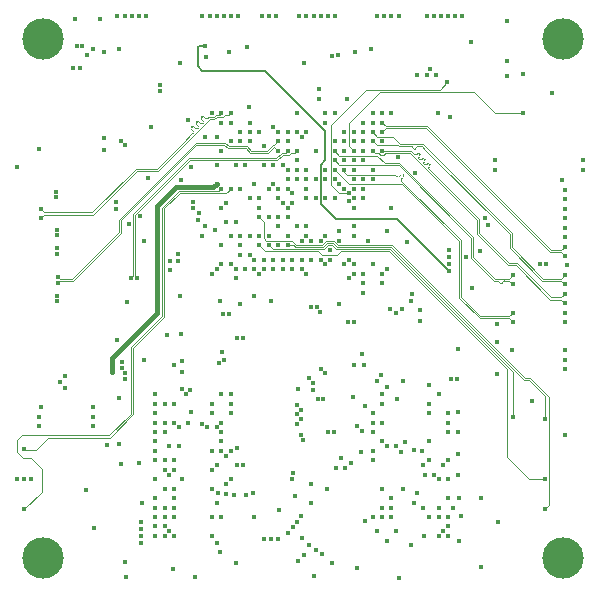
<source format=gbr>
%TF.GenerationSoftware,KiCad,Pcbnew,8.0.1*%
%TF.CreationDate,2024-05-09T15:37:21+08:00*%
%TF.ProjectId,ProDocument_ZYNQ7020_V1_2024-04-10,50726f44-6f63-4756-9d65-6e745f5a594e,rev?*%
%TF.SameCoordinates,Original*%
%TF.FileFunction,Copper,L5,Inr*%
%TF.FilePolarity,Positive*%
%FSLAX46Y46*%
G04 Gerber Fmt 4.6, Leading zero omitted, Abs format (unit mm)*
G04 Created by KiCad (PCBNEW 8.0.1) date 2024-05-09 15:37:21*
%MOMM*%
%LPD*%
G01*
G04 APERTURE LIST*
%TA.AperFunction,ViaPad*%
%ADD10C,0.400000*%
%TD*%
%TA.AperFunction,ViaPad*%
%ADD11C,0.450000*%
%TD*%
%TA.AperFunction,ViaPad*%
%ADD12C,3.500000*%
%TD*%
%TA.AperFunction,Conductor*%
%ADD13C,0.090000*%
%TD*%
%TA.AperFunction,Conductor*%
%ADD14C,0.200000*%
%TD*%
%TA.AperFunction,Conductor*%
%ADD15C,0.400000*%
%TD*%
G04 APERTURE END LIST*
D10*
%TO.N,Net-(U7F-PS_DDR_VREF0_502)*%
X187079203Y-73210797D03*
X182679203Y-72810797D03*
X190279204Y-72410797D03*
%TO.N,5V*%
X169229205Y-56160795D03*
X166079206Y-55960795D03*
X201079203Y-66410797D03*
X208479203Y-65610797D03*
X208479203Y-66410797D03*
X165679206Y-55960795D03*
X176579204Y-56860795D03*
X160544204Y-66210797D03*
X187232893Y-56745796D03*
X201079203Y-65610797D03*
X166479206Y-56660795D03*
X162479203Y-64610797D03*
X167979203Y-64710797D03*
X167979203Y-63710797D03*
X165479206Y-53660795D03*
X187779203Y-56685796D03*
X198579205Y-73810797D03*
%TO.N,DDRVTT*%
X173779204Y-100238298D03*
X199879203Y-100010798D03*
X169779203Y-100910797D03*
X201279204Y-96210797D03*
X185679203Y-100810798D03*
X192879204Y-101010797D03*
%TO.N,Net-(X1-VCC)*%
X175029205Y-62210797D03*
%TO.N,Net-(U7B-PS_MIO_VREF_501)*%
X180279203Y-68810798D03*
D11*
%TO.N,Net-(LED3-A)*%
X188479203Y-60410797D03*
D10*
%TO.N,Net-(U5-ZQ)*%
X180554939Y-93745798D03*
X177579203Y-93745798D03*
%TO.N,VREF_DDR*%
X199901703Y-94210797D03*
X169379205Y-91330795D03*
X190679204Y-91010797D03*
X178279203Y-93860796D03*
X172279203Y-91010798D03*
%TO.N,Net-(U7E-PS_DDR_VRP_502)*%
X182279203Y-74010797D03*
%TO.N,Net-(U7B-PS_MIO40_501)*%
X169000000Y-80800000D03*
X175479203Y-69110797D03*
%TO.N,Net-(U7C-PROGRAM_B_0)*%
X185479203Y-72410797D03*
%TO.N,GND*%
X189079203Y-72010797D03*
X201179203Y-81010797D03*
X197079203Y-53410797D03*
X179479203Y-64010798D03*
X164679203Y-84910797D03*
X185679203Y-53410797D03*
X177479203Y-53410797D03*
D11*
X167929205Y-56410795D03*
D10*
X171479203Y-53410797D03*
X181479203Y-64410797D03*
X197192348Y-74390254D03*
X164679203Y-83910797D03*
X177879202Y-90210798D03*
X171029204Y-70360797D03*
X169729205Y-99610797D03*
X197192348Y-73790254D03*
D11*
X189182893Y-56435796D03*
D10*
X183079203Y-69210797D03*
X181879203Y-53410797D03*
X204200000Y-86000000D03*
X168929205Y-69110797D03*
X172279203Y-87810797D03*
X202051000Y-53790000D03*
X185879203Y-68810797D03*
X183879203Y-68410797D03*
X173529205Y-74110797D03*
X196679203Y-91410797D03*
D12*
X162779204Y-99310797D03*
D11*
X161779203Y-92610797D03*
D10*
X202500000Y-81700000D03*
X177779203Y-77510798D03*
X207100000Y-74500000D03*
X172279203Y-97410797D03*
X202051000Y-57190000D03*
D12*
X206779203Y-55310798D03*
D10*
X165879203Y-57810797D03*
X178679203Y-86210798D03*
X177742322Y-98747678D03*
X181279203Y-53410797D03*
X185079204Y-68010797D03*
X186129205Y-59610797D03*
X202100000Y-58500000D03*
X173079203Y-88610797D03*
X194179203Y-94610798D03*
X196229204Y-61560797D03*
X166429205Y-93510797D03*
X181479203Y-97710798D03*
X184479203Y-53410797D03*
X181079203Y-69610797D03*
X182079203Y-97710798D03*
X197679203Y-53410797D03*
X201179203Y-83710797D03*
X191479203Y-76010797D03*
X186679204Y-66410797D03*
X189079202Y-75210799D03*
X191879203Y-74810797D03*
X179079203Y-66010797D03*
X176879203Y-53410797D03*
X185079204Y-63210798D03*
X182679203Y-97710798D03*
X192879203Y-53410797D03*
X186679205Y-74410797D03*
X183479202Y-69610798D03*
X192829204Y-65360797D03*
X187479203Y-68810797D03*
X187479203Y-67210797D03*
X188279203Y-68010797D03*
X178279203Y-70810797D03*
X178679203Y-53410797D03*
X194979203Y-91410797D03*
D11*
X161179203Y-92610797D03*
D10*
X170279203Y-53410797D03*
X192279203Y-53410797D03*
X182279203Y-62810797D03*
X165279203Y-57810797D03*
X184279203Y-67210797D03*
X190679205Y-87810797D03*
X170029204Y-70960797D03*
X183879203Y-74010797D03*
X180179203Y-61060797D03*
X182679203Y-68810798D03*
X172279202Y-95810798D03*
X178979203Y-93915797D03*
X177379203Y-71510797D03*
X185879204Y-67210797D03*
X181079204Y-72010797D03*
X174229205Y-73510797D03*
X169929205Y-77610797D03*
X197079203Y-97410797D03*
X168929205Y-69710797D03*
X169229205Y-89610797D03*
X178679203Y-85410798D03*
X182479203Y-53410797D03*
X173879204Y-86210798D03*
D11*
X160579203Y-92610797D03*
D12*
X206779203Y-99310797D03*
D10*
X198279203Y-53410797D03*
X167129205Y-96710797D03*
D12*
X162779203Y-55310797D03*
D10*
X178079203Y-53410797D03*
X181879203Y-68010798D03*
X182679204Y-70410797D03*
X189979203Y-82910797D03*
X174229205Y-74110797D03*
X197192348Y-73190254D03*
X189879203Y-64810798D03*
X181079203Y-75210797D03*
X197229204Y-61960797D03*
X177479203Y-63610797D03*
X172279203Y-88610797D03*
X187479203Y-64010798D03*
D11*
X178529202Y-56410795D03*
D10*
X185079203Y-53410797D03*
X187479203Y-53410797D03*
X200179203Y-70510797D03*
X178679203Y-90210798D03*
X192779203Y-85810797D03*
X178279203Y-69210797D03*
X190679204Y-90210798D03*
X186879203Y-53410797D03*
X190079203Y-86410797D03*
X186129205Y-60410797D03*
X176279203Y-53410797D03*
X203429204Y-58260797D03*
X191079203Y-53410797D03*
X197079204Y-94210797D03*
X191679203Y-53410797D03*
X164179203Y-84410797D03*
X170879203Y-53410797D03*
X201200000Y-79500000D03*
X206700000Y-67300000D03*
X171329205Y-72410797D03*
X175629205Y-100910797D03*
X184279203Y-65610797D03*
X173529205Y-74910797D03*
X196479203Y-53410797D03*
X172279203Y-94210797D03*
X172279203Y-86210797D03*
X190679203Y-62410798D03*
X169079203Y-53410797D03*
X206992348Y-81690254D03*
X178679203Y-74410798D03*
X189079203Y-67210797D03*
X183479203Y-68010798D03*
X190679203Y-88610797D03*
X172279202Y-90210798D03*
X197079204Y-95810798D03*
X177879203Y-88610797D03*
X190679204Y-95810798D03*
X206992348Y-88890254D03*
X186279203Y-53410797D03*
X200479203Y-71110797D03*
X173079203Y-91810798D03*
X186224847Y-78411794D03*
X164679203Y-84910797D03*
X179279203Y-53410797D03*
X195279203Y-53410797D03*
X177479204Y-91410797D03*
X185079203Y-71210797D03*
X177879203Y-87810797D03*
X169679203Y-53410797D03*
X169229205Y-85710797D03*
X195879203Y-53410797D03*
%TO.N,Net-(U7B-PS_SRST_B_501)*%
X177879202Y-69610798D03*
%TO.N,Net-(U7C-INIT_B_0)*%
X188664836Y-69070632D03*
%TO.N,Net-(U7A-PS_POR_B_500)*%
X178679203Y-72010797D03*
%TO.N,Net-(U7E-PS_DDR_VRN_502)*%
X181483618Y-74021839D03*
%TO.N,AIO_6_N*%
X188279203Y-66410797D03*
X202579203Y-78510797D03*
%TO.N,AIO_22_P*%
X206979203Y-73710799D03*
X191479203Y-63210798D03*
%TO.N,AIO_21_N*%
X190679204Y-63210798D03*
X206979202Y-75310798D03*
%TO.N,AIO_12_P*%
X189879204Y-63210797D03*
%TO.N,AIO_2_P*%
X189079203Y-68010798D03*
%TO.N,AIO_14_N*%
X187479203Y-61610797D03*
%TO.N,JTAG_TCK*%
X205258203Y-95090796D03*
X181079204Y-70410799D03*
%TO.N,AIO_24_P*%
X187479204Y-65610797D03*
X202579203Y-76110797D03*
%TO.N,AIO_8_N*%
X206979203Y-78510797D03*
%TO.N,AIO_17_N*%
X206979203Y-68110799D03*
%TO.N,AIO_14_P*%
X186679203Y-61610797D03*
%TO.N,AIO_4_N*%
X206979203Y-82510797D03*
%TO.N,AIO_17_P*%
X206979203Y-68910797D03*
%TO.N,AIO_7_N*%
X206979203Y-71310798D03*
%TO.N,AIO_10_N*%
X205324203Y-74406863D03*
%TO.N,AIO_12_N*%
X189879204Y-62410798D03*
%TO.N,AIO_5_P*%
X189079203Y-66410797D03*
%TO.N,AIO_4_P*%
X206979205Y-83310797D03*
%TO.N,AIO_21_P*%
X190679203Y-64010798D03*
X206979204Y-76110798D03*
%TO.N,AIO_3_N*%
X190679203Y-67210797D03*
%TO.N,AIO_15_P*%
X206979204Y-70510798D03*
%TO.N,AIO_2_N*%
X189879204Y-68010798D03*
%TO.N,AIO_19_N*%
X188279203Y-64010797D03*
%TO.N,AIO_10_P*%
X204834204Y-74406863D03*
%TO.N,AIO_22_N*%
X206979203Y-72910797D03*
X191479203Y-62410797D03*
%TO.N,AIO_19_P*%
X188279203Y-64810798D03*
%TO.N,JTAG_TDO*%
X181079203Y-72810797D03*
X205258203Y-92550798D03*
%TO.N,JTAG_TMS*%
X183479202Y-72810797D03*
X205258203Y-87470797D03*
%TO.N,AIO_16_N*%
X191479204Y-61610797D03*
%TO.N,AIO_1_N*%
X189079202Y-69610798D03*
%TO.N,AIO_7_P*%
X206979205Y-72110797D03*
%TO.N,AIO_16_P*%
X190679203Y-61610797D03*
%TO.N,AIO_18_P*%
X206979205Y-77710797D03*
X190679203Y-64810799D03*
%TO.N,AIO_8_P*%
X206979202Y-79310797D03*
%TO.N,AIO_1_P*%
X189079203Y-68810797D03*
%TO.N,AIO_15_N*%
X206979202Y-69710798D03*
%TO.N,AIO_18_N*%
X191479203Y-64810797D03*
X206979203Y-76910798D03*
%TO.N,AIO_3_P*%
X189879204Y-67210797D03*
%TO.N,AIO_6_P*%
X202579205Y-79310797D03*
X187479203Y-66410797D03*
%TO.N,JTAG_TDI*%
X202579203Y-87310797D03*
X181879204Y-72810797D03*
%TO.N,AIO_5_N*%
X189079203Y-65610798D03*
%TO.N,AIO_24_N*%
X202579205Y-75310798D03*
X187479203Y-64810797D03*
%TO.N,SDO_D1*%
X162479204Y-88110797D03*
%TO.N,BIO_1_P*%
X162579204Y-70510798D03*
X178679203Y-61610797D03*
%TO.N,SDO_CMD*%
X166979203Y-88110797D03*
%TO.N,BIO_15_P*%
X163965650Y-71955797D03*
%TO.N,BIO_18_P*%
X163904669Y-68755798D03*
%TO.N,SDO_D0*%
X162479203Y-87310797D03*
%TO.N,BIO_4_P*%
X163980857Y-73555800D03*
%TO.N,BIO_5_P*%
X180279203Y-63210798D03*
X169752445Y-64284039D03*
X163963861Y-77555797D03*
%TO.N,SDO_D2*%
X166979204Y-86510796D03*
%TO.N,SDO_D3*%
X166979203Y-87310798D03*
%TO.N,BIO_13_P*%
X164031428Y-75955798D03*
X182679204Y-64810797D03*
%TO.N,BIO_5_N*%
X169405961Y-63937556D03*
X163963860Y-77065797D03*
X180279204Y-62410798D03*
%TO.N,BIO_13_N*%
X182679203Y-64010797D03*
X164031428Y-75465797D03*
%TO.N,BIO_1_N*%
X162579203Y-69710798D03*
X177879203Y-61610797D03*
%TO.N,BIO_18_N*%
X163904668Y-68265798D03*
%TO.N,BIO_4_N*%
X163980858Y-73065798D03*
%TO.N,BIO_15_N*%
X163965651Y-71465798D03*
%TO.N,SDO_CLK*%
X162579203Y-86510798D03*
%TO.N,DDR_CKE*%
X197079204Y-92610798D03*
X183979204Y-92110797D03*
X178679203Y-92610797D03*
%TO.N,DDR_A4*%
X177879202Y-95810798D03*
X196279204Y-95810798D03*
X183914203Y-96685794D03*
%TO.N,DDR_BA1*%
X179679204Y-91400797D03*
X196279204Y-95010797D03*
X188279203Y-74410798D03*
%TO.N,DDR_A6*%
X187279204Y-99675617D03*
X185266083Y-84048916D03*
X184679203Y-74810797D03*
X196679203Y-97010797D03*
X177479203Y-98010798D03*
%TO.N,DDR_A1*%
X195479204Y-95810797D03*
X177079203Y-95810798D03*
X183514204Y-97175798D03*
%TO.N,DDR_A11*%
X184279203Y-86310797D03*
X186394202Y-98975798D03*
X181479203Y-74810797D03*
X193894204Y-98210797D03*
%TO.N,DDR_A14*%
X180679203Y-74810797D03*
X195014204Y-97410798D03*
X184579203Y-86710797D03*
X177079203Y-97410798D03*
X185879203Y-98610798D03*
%TO.N,DDR_A8*%
X184363572Y-99552667D03*
X196279204Y-97410798D03*
X179079203Y-99710798D03*
%TO.N,DDR_RAS*%
X173879204Y-91810798D03*
X188892314Y-91197685D03*
%TO.N,DDR_A10*%
X184279203Y-87110798D03*
X194479203Y-93810797D03*
X180679203Y-74010797D03*
X177079204Y-93410797D03*
X185479203Y-93010798D03*
%TO.N,DDR_A12*%
X185479203Y-94610798D03*
X177479203Y-94610798D03*
X184579203Y-87510798D03*
X194979203Y-95010797D03*
X179879203Y-74810797D03*
%TO.N,DDR_CAS*%
X186629899Y-83635255D03*
X174568758Y-92615797D03*
X187079205Y-74010797D03*
X188017412Y-90796544D03*
%TO.N,DDR_WE*%
X185601083Y-84483651D03*
X187562483Y-91620314D03*
X173879205Y-93410797D03*
X185479203Y-74010797D03*
%TO.N,DDR_BA2*%
X183079204Y-74010797D03*
X192279203Y-94210797D03*
X184379203Y-85010797D03*
X173879203Y-94210797D03*
X186779203Y-93410797D03*
%TO.N,DDR_A13*%
X191879203Y-97810797D03*
X184279203Y-87910798D03*
X185279204Y-98210798D03*
X173879204Y-97410798D03*
X179079203Y-74810797D03*
%TO.N,DDR_A0*%
X173879204Y-95010797D03*
X192279204Y-95010797D03*
X184079203Y-94010797D03*
%TO.N,DDR_A5*%
X191479203Y-95810798D03*
X173079203Y-95810798D03*
X184249203Y-96195791D03*
%TO.N,DDR_A9*%
X183079203Y-74810797D03*
X173479204Y-97010797D03*
X184861703Y-99028297D03*
X184578485Y-88886857D03*
X192679204Y-97010797D03*
%TO.N,DDR_A2*%
X192279203Y-95810798D03*
X184584202Y-95705951D03*
X173879204Y-95810798D03*
%TO.N,DDR_A7*%
X184729203Y-97560798D03*
X191079203Y-97010797D03*
X173079202Y-96610798D03*
X183879204Y-74810797D03*
X184824203Y-89310798D03*
%TO.N,DDR_ODT*%
X172279202Y-92610799D03*
X186279203Y-74010797D03*
X188351922Y-91638078D03*
X186283416Y-83288772D03*
%TO.N,DDR_A3*%
X191479203Y-95010797D03*
X182779203Y-95210798D03*
X171129203Y-94660797D03*
X173079203Y-95010797D03*
%TO.N,DDR_CS*%
X191479203Y-93410797D03*
X173079203Y-93410798D03*
X183879203Y-92600800D03*
%TO.N,DDR_BA0*%
X185651472Y-85027536D03*
X184679204Y-74010797D03*
%TO.N,PG_1V0*%
X180064200Y-56010797D03*
X167629204Y-53660795D03*
X167029204Y-56160795D03*
%TO.N,PG_1V8*%
X197179203Y-75010797D03*
X176479203Y-55910797D03*
X199079203Y-76410798D03*
%TO.N,PG_1V5*%
X199779203Y-73310797D03*
X190579203Y-56185796D03*
%TO.N,DDR_D15*%
X174539204Y-83496238D03*
X177679204Y-82810798D03*
%TO.N,DDR_DM0*%
X176655040Y-88199615D03*
X174479203Y-80310797D03*
%TO.N,DDR_D1*%
X173279204Y-80410797D03*
X176259203Y-87910798D03*
%TO.N,DDR_RESET*%
X173079203Y-97410798D03*
X189400000Y-100110797D03*
X177879203Y-74410797D03*
%TO.N,DDR_D0*%
X174329203Y-88210798D03*
X174564203Y-84932945D03*
%TO.N,DDR_D6*%
X174899203Y-85410798D03*
X175079203Y-87810797D03*
%TO.N,DDR_D8*%
X180679203Y-77110797D03*
X177504203Y-88210798D03*
%TO.N,DDR_DQS1_P*%
X179724203Y-80610797D03*
X177079203Y-87010797D03*
%TO.N,DDR_DM1*%
X173879205Y-87810797D03*
X175279203Y-86910797D03*
%TO.N,DDR_D5*%
X179454203Y-77810797D03*
X178279204Y-90610798D03*
%TO.N,DDR_DQS1_N*%
X179234204Y-80610798D03*
X177079203Y-86210798D03*
%TO.N,DDR_DQS0_N*%
X174279203Y-89810797D03*
X178034203Y-78610797D03*
%TO.N,DDR_DQS0_P*%
X173479204Y-89810798D03*
X178524203Y-78610798D03*
%TO.N,DDR_D11*%
X174566557Y-82583717D03*
X178066877Y-82479077D03*
D11*
%TO.N,DDR_D4*%
X173879204Y-91010797D03*
D10*
X175234203Y-85046582D03*
%TO.N,DDR_D3*%
X177879203Y-89410797D03*
X177479203Y-74810797D03*
%TO.N,DDR_CLK_N*%
X186524203Y-85835803D03*
X185959277Y-77999999D03*
X179190470Y-91365538D03*
X187424204Y-88610797D03*
X195879203Y-92210797D03*
%TO.N,DDR_D13*%
X173830158Y-82933431D03*
X177893054Y-81807636D03*
%TO.N,DDR_CLK_P*%
X186934203Y-88610797D03*
X195079204Y-92210797D03*
X185469278Y-78000000D03*
X186034203Y-85835803D03*
X177079203Y-91810798D03*
%TO.N,SD_CMD*%
X178679203Y-64010797D03*
X175963622Y-70095216D03*
X169479242Y-83175472D03*
%TO.N,AIO_9_P*%
X189079203Y-64810797D03*
X203429203Y-61560797D03*
%TO.N,SD_D1*%
X176526690Y-71210797D03*
X171341997Y-82473593D03*
%TO.N,BIO_12_P*%
X184679203Y-63610797D03*
%TO.N,BIO_20_N*%
X183479203Y-66410797D03*
%TO.N,QSPI_D1*%
X176279203Y-71985797D03*
X179479204Y-72810797D03*
%TO.N,MIO7*%
X179091204Y-70822798D03*
%TO.N,BIO_17_N*%
X172679203Y-59755798D03*
X172679203Y-59755798D03*
%TO.N,BIO_12_N*%
X184279203Y-63210798D03*
%TO.N,UART1_TX*%
X177879203Y-68010797D03*
D11*
X161179203Y-95150797D03*
%TO.N,PL_CLK*%
X189879205Y-65610797D03*
D10*
X194279203Y-66710797D03*
%TO.N,AIO_9_N*%
X189879204Y-64010798D03*
%TO.N,BIO_3_N*%
X179479204Y-63210798D03*
%TO.N,BIO_19_P*%
X182279204Y-66010798D03*
%TO.N,PS_CLK*%
X175299203Y-66210797D03*
X180279203Y-72010797D03*
%TO.N,BIO_3_P*%
X180279204Y-64010798D03*
%TO.N,BIO_17_P*%
X172679204Y-59265797D03*
X172679204Y-59265797D03*
%TO.N,BIO_2_N*%
X177079203Y-61610797D03*
%TO.N,MIO8*%
X179479204Y-73610797D03*
%TO.N,SD_D2*%
X169679203Y-84147679D03*
X180679203Y-67610797D03*
D11*
%TO.N,UART1_RX*%
X161179203Y-90070797D03*
D10*
X178679203Y-68010797D03*
%TO.N,BIO_22_P*%
X185079204Y-66410797D03*
%TO.N,DONE*%
X197000000Y-59000000D03*
X188679203Y-68410797D03*
%TO.N,BIO_2_P*%
X177879203Y-62410798D03*
%TO.N,BIO_14_N*%
X182679203Y-63210798D03*
%TO.N,BIO_19_N*%
X181479203Y-66010798D03*
%TO.N,AIO_20_P*%
X189079203Y-64010798D03*
D11*
%TO.N,BIO_24_P*%
X170749203Y-75610798D03*
D10*
X184279203Y-64810798D03*
%TO.N,BIO_20_P*%
X184279203Y-66410797D03*
%TO.N,BIO_14_P*%
X183479203Y-63210797D03*
%TO.N,SD_D0*%
X175479203Y-69610797D03*
X169475505Y-82685484D03*
%TO.N,SD_D3*%
X169687851Y-83639462D03*
X175917991Y-70649585D03*
X177479203Y-66010798D03*
%TO.N,AIO_20_N*%
X188279203Y-63210798D03*
%TO.N,DDR_D29*%
X191479203Y-85410798D03*
X191479204Y-75210798D03*
%TO.N,DDR_D18*%
X188679203Y-75610798D03*
X191479203Y-89410797D03*
%TO.N,DDR_D17*%
X195479203Y-89410797D03*
X189013336Y-85618693D03*
%TO.N,DDR_D22*%
X189879203Y-76010797D03*
X189401924Y-88088076D03*
%TO.N,DDR_D25*%
X194679203Y-79210798D03*
X191879203Y-84810798D03*
%TO.N,DDR_D20*%
X189742059Y-90312960D03*
X189079203Y-74410797D03*
%TO.N,DDR_D21*%
X189779204Y-82037036D03*
X194179203Y-90145797D03*
%TO.N,DDR_D27*%
X194679203Y-78310798D03*
X191400626Y-83805389D03*
%TO.N,DDR_DM3*%
X193944203Y-77560797D03*
X193279203Y-84310798D03*
%TO.N,DDR_D19*%
X193389812Y-89415268D03*
X189079203Y-82910798D03*
%TO.N,DDR_D23*%
X195479204Y-91010798D03*
X189879205Y-75210797D03*
%TO.N,DDR_D28*%
X195479204Y-84610797D03*
X194029203Y-76960797D03*
%TO.N,DDR_DQS2_N*%
X191879202Y-89810799D03*
X189124203Y-79310797D03*
%TO.N,DDR_DQS3_N*%
X197334203Y-84110797D03*
X195479204Y-86210797D03*
%TO.N,DDR_DQS3_P*%
X195479203Y-87010798D03*
X197824204Y-84110797D03*
%TO.N,DDR_DQS2_P*%
X192679205Y-89810797D03*
X188634203Y-79310797D03*
D11*
%TO.N,BIO_24_N*%
X170209202Y-75610798D03*
D10*
X183479203Y-64810797D03*
%TO.N,1.8V*%
X183479203Y-70410797D03*
X182679203Y-71210797D03*
X179479204Y-68010797D03*
X184279203Y-71210797D03*
X184879204Y-57360795D03*
X177879203Y-64810797D03*
X186679205Y-68810797D03*
X168579203Y-83500000D03*
X183879204Y-69210797D03*
X181879203Y-70410797D03*
X179879203Y-66010798D03*
X181079204Y-68810798D03*
X177479203Y-67610797D03*
X185079204Y-68810798D03*
%TO.N,1.0V*%
X182279205Y-67610797D03*
X183479203Y-67210797D03*
X185079204Y-72010797D03*
X186679205Y-72010796D03*
X186679203Y-67210797D03*
X187879204Y-67610798D03*
X187879202Y-71610797D03*
X182679203Y-68010797D03*
X181879203Y-72010797D03*
X183479203Y-72010797D03*
X174379206Y-57360795D03*
X185079204Y-67210796D03*
%TO.N,1.5V*%
X171079203Y-98010798D03*
X197479203Y-95010797D03*
X180679202Y-95810798D03*
X197879203Y-92210797D03*
X182079203Y-77510798D03*
X172279203Y-96610798D03*
X196279203Y-92610797D03*
X197979204Y-94210797D03*
X188679204Y-74010797D03*
X197879204Y-81610797D03*
X193179204Y-78210797D03*
X197079203Y-91010798D03*
X172279203Y-85410798D03*
X171079203Y-96210797D03*
X192679204Y-78510797D03*
X194879203Y-90210798D03*
X173079203Y-86210798D03*
X185079203Y-75210797D03*
X193072262Y-90298938D03*
X197079204Y-87010798D03*
X179079204Y-75610798D03*
X178679203Y-87010797D03*
X191479203Y-87810797D03*
X172279203Y-89410797D03*
X197079204Y-96610798D03*
X197879203Y-90510797D03*
X197079204Y-88610797D03*
X171079203Y-96810797D03*
X179169204Y-89925797D03*
X196279203Y-85410798D03*
X179979204Y-93910797D03*
X197879203Y-88610797D03*
X189779204Y-88510798D03*
X173079203Y-87810798D03*
X178279203Y-93010798D03*
X190679204Y-74410798D03*
X197879204Y-86910797D03*
X197079203Y-87810797D03*
X197979203Y-97810797D03*
X171079203Y-97410797D03*
X177879203Y-85410798D03*
X170901703Y-91210798D03*
X172279203Y-95010797D03*
X182279204Y-74810797D03*
X198179203Y-95710797D03*
X172279202Y-87010798D03*
X191065626Y-84310797D03*
X192179203Y-78210797D03*
X173479203Y-92210797D03*
X177079203Y-90210798D03*
X190079203Y-96170794D03*
X190679203Y-87010797D03*
X180279204Y-73610798D03*
X177079203Y-75210797D03*
X173079202Y-91010798D03*
X187879204Y-77810797D03*
X189879204Y-76810797D03*
X193279203Y-93410798D03*
X191479203Y-86210797D03*
%TO.N,3.3V*%
X183079203Y-66010798D03*
X188279203Y-65610797D03*
X174384203Y-77110797D03*
X174479203Y-67310797D03*
X199000000Y-55610800D03*
X187879203Y-72410797D03*
X196079204Y-58410797D03*
X171879203Y-62810797D03*
X195572895Y-57910797D03*
X195279204Y-58410797D03*
X177879202Y-72810797D03*
X184679204Y-72410797D03*
X189079203Y-71210797D03*
X184279203Y-61610797D03*
X192279203Y-61610797D03*
X168179203Y-89710797D03*
X176479203Y-63610797D03*
X185879203Y-64810797D03*
X191479204Y-64010798D03*
X178679203Y-62410798D03*
X205879204Y-59910797D03*
X191879203Y-71610797D03*
X189879204Y-68810797D03*
X186679204Y-62410798D03*
X183479203Y-64010798D03*
X189079202Y-63210798D03*
X192279203Y-69610797D03*
X186279202Y-72410799D03*
X194479204Y-58410797D03*
X193629204Y-72560797D03*
X181079204Y-63210798D03*
X171679203Y-67110798D03*
X179479204Y-72010797D03*
X190679204Y-66410797D03*
%TD*%
D13*
%TO.N,AIO_6_N*%
X188479204Y-66810798D02*
X188279204Y-66610798D01*
X198169204Y-77173518D02*
X198169204Y-72373517D01*
X193293666Y-66816716D02*
X193251239Y-66774289D01*
X198169204Y-72373517D02*
X193122741Y-67327054D01*
X188279204Y-66610798D02*
X188279204Y-66410797D01*
X193122741Y-67157348D02*
X193293666Y-66986422D01*
X202579204Y-78510797D02*
X202269204Y-78820797D01*
X192740901Y-66945214D02*
X192698476Y-66902789D01*
X192606484Y-66810797D02*
X188479204Y-66810798D01*
X192698476Y-66902789D02*
X192606484Y-66810797D01*
X202269204Y-78820797D02*
X199816484Y-78820798D01*
X199816484Y-78820798D02*
X198169204Y-77173518D01*
X193081533Y-66774289D02*
X192910607Y-66945214D01*
X193251238Y-66774290D02*
G75*
G03*
X193081534Y-66774290I-84852J-84853D01*
G01*
X192910606Y-66945213D02*
G75*
G02*
X192740902Y-66945213I-84852J84853D01*
G01*
X193293666Y-66986422D02*
G75*
G03*
X193293635Y-66816747I-84866J84822D01*
G01*
X193122741Y-67327054D02*
G75*
G02*
X193122740Y-67157347I84859J84854D01*
G01*
%TO.N,AIO_22_P*%
X206979203Y-73710799D02*
X206669203Y-73400799D01*
X205741925Y-73400799D02*
X195241924Y-62900798D01*
X206669203Y-73400799D02*
X205741925Y-73400799D01*
X191789203Y-62900798D02*
X191479203Y-63210798D01*
X195241924Y-62900798D02*
X191789203Y-62900798D01*
%TO.N,AIO_21_N*%
X190679205Y-63210798D02*
X191079205Y-63610797D01*
X193024204Y-64255798D02*
X194951484Y-64255798D01*
X202469204Y-72973518D02*
X205116483Y-75620796D01*
X202469204Y-71773517D02*
X202469204Y-72973518D01*
X206669205Y-75620797D02*
X206979203Y-75310798D01*
X194951484Y-64255798D02*
X202469204Y-71773517D01*
X192379204Y-63610797D02*
X193024204Y-64255798D01*
X205116483Y-75620796D02*
X206669205Y-75620797D01*
X191079205Y-63610797D02*
X192379204Y-63610797D01*
%TO.N,JTAG_TCK*%
X187740443Y-72745797D02*
X187405442Y-72410797D01*
X181679204Y-72410797D02*
X181479204Y-72210798D01*
X205593204Y-85624798D02*
X203979203Y-84010798D01*
X183879204Y-72410797D02*
X181679204Y-72410797D01*
X181479204Y-72210798D02*
X181479204Y-70810798D01*
X187405442Y-72410797D02*
X186752966Y-72410799D01*
X192323321Y-72745797D02*
X187740443Y-72745797D01*
X184214204Y-72745797D02*
X183879204Y-72410797D01*
X181479204Y-70810798D02*
X181079205Y-70410799D01*
X205258204Y-95090796D02*
X205593204Y-94755796D01*
X203979203Y-84010798D02*
X203588319Y-84010796D01*
X186752966Y-72410799D02*
X186417966Y-72745797D01*
X205593204Y-94755796D02*
X205593204Y-85624798D01*
X186417966Y-72745797D02*
X184214204Y-72745797D01*
X203588319Y-84010796D02*
X192323321Y-72745797D01*
%TO.N,AIO_24_P*%
X200814831Y-75673705D02*
X198989204Y-73848077D01*
X198989205Y-72148077D02*
X192876924Y-66035797D01*
X201608749Y-76025762D02*
X201533713Y-76025762D01*
X191624645Y-66010798D02*
X187879205Y-66010798D01*
X202579204Y-76110797D02*
X202269205Y-75800798D01*
X202269205Y-75800798D02*
X201833715Y-75800798D01*
X192876924Y-66035797D02*
X191649645Y-66035797D01*
X201233715Y-75800800D02*
X200941925Y-75800799D01*
X191649645Y-66035797D02*
X191624645Y-66010798D01*
X201308749Y-75800800D02*
X201233715Y-75800800D01*
X187879205Y-66010798D02*
X187479205Y-65610797D01*
X198989204Y-73848077D02*
X198989205Y-72148077D01*
X200941925Y-75800799D02*
X200814831Y-75673705D01*
X201533713Y-76025762D02*
G75*
G02*
X201421238Y-75913280I-13J112462D01*
G01*
X201721232Y-75913280D02*
G75*
G02*
X201608749Y-76025832I-112532J-20D01*
G01*
X201421231Y-75913280D02*
G75*
G03*
X201308749Y-75800869I-112431J-20D01*
G01*
X201833715Y-75800798D02*
G75*
G03*
X201721198Y-75913280I-15J-112502D01*
G01*
%TO.N,AIO_21_P*%
X190679205Y-64010797D02*
X191014206Y-64345797D01*
X192859647Y-64345797D02*
X192949647Y-64435798D01*
X194876924Y-64435797D02*
X195137210Y-64696083D01*
X191014206Y-64345797D02*
X192859647Y-64345797D01*
X194579200Y-64435797D02*
X194876924Y-64435797D01*
X194504101Y-64435794D02*
X194579200Y-64435797D01*
X202289204Y-71848077D02*
X202289204Y-73048077D01*
X195137210Y-64696083D02*
X202289204Y-71848077D01*
X194204103Y-64660698D02*
X194279201Y-64660697D01*
X206669205Y-75800798D02*
X206979205Y-76110798D01*
X192949647Y-64435798D02*
X193279203Y-64435798D01*
X202289204Y-73048077D02*
X205041924Y-75800797D01*
X193279203Y-64435798D02*
X193979201Y-64435798D01*
X205041924Y-75800797D02*
X206669205Y-75800798D01*
X194279201Y-64660697D02*
G75*
G03*
X194391697Y-64548246I-1J112497D01*
G01*
X193979201Y-64435798D02*
G75*
G02*
X194091702Y-64548248I-1J-112502D01*
G01*
X194391651Y-64548246D02*
G75*
G02*
X194504101Y-64435751I112449J46D01*
G01*
X194091652Y-64548248D02*
G75*
G03*
X194204103Y-64660648I112448J48D01*
G01*
%TO.N,AIO_22_N*%
X205816483Y-73220797D02*
X195316483Y-62720797D01*
X206669203Y-73220797D02*
X205816483Y-73220797D01*
X195316483Y-62720797D02*
X191789203Y-62720797D01*
X191789203Y-62720797D02*
X191479203Y-62410797D01*
X206979203Y-72910797D02*
X206669203Y-73220797D01*
%TO.N,JTAG_TDO*%
X187679203Y-73610798D02*
X186379204Y-73610797D01*
X186094205Y-73325798D02*
X181594204Y-73325798D01*
X181594204Y-73325798D02*
X181079204Y-72810797D01*
X205258204Y-92550798D02*
X203919204Y-92550798D01*
X203919204Y-92550798D02*
X202079204Y-90710798D01*
X192099646Y-73285797D02*
X188004204Y-73285797D01*
X188004204Y-73285797D02*
X187679203Y-73610798D01*
X202079204Y-83265355D02*
X192099646Y-73285797D01*
X202079204Y-90710798D02*
X202079204Y-83265355D01*
X186379204Y-73610797D02*
X186094205Y-73325798D01*
%TO.N,JTAG_TMS*%
X205258204Y-87470797D02*
X205258204Y-85544355D01*
X205258204Y-85544355D02*
X203904646Y-84190797D01*
X192248762Y-72925798D02*
X187665883Y-72925796D01*
X186492523Y-72925799D02*
X184139645Y-72925796D01*
X187665883Y-72925796D02*
X187330884Y-72590797D01*
X203513761Y-84190797D02*
X192248762Y-72925798D01*
X184139645Y-72925796D02*
X184024646Y-72810797D01*
X187330884Y-72590797D02*
X186827524Y-72590797D01*
X203904646Y-84190797D02*
X203513761Y-84190797D01*
X186827524Y-72590797D02*
X186492523Y-72925799D01*
X184024646Y-72810797D02*
X183479203Y-72810797D01*
%TO.N,AIO_18_P*%
X202841923Y-74500797D02*
X205741923Y-77400797D01*
X191185442Y-64990797D02*
X191340443Y-65145797D01*
X206669206Y-77400797D02*
X206979206Y-77710797D01*
X191340443Y-65145797D02*
X191617967Y-65145797D01*
X191617967Y-65145797D02*
X191772967Y-64990797D01*
X206979206Y-77710797D02*
X206669205Y-77400798D01*
X193831923Y-64990797D02*
X199489203Y-70648077D01*
X199489203Y-71848077D02*
X202141923Y-74500797D01*
X190859203Y-64990798D02*
X191185442Y-64990797D01*
X190679204Y-64810799D02*
X190859203Y-64990798D01*
X205741923Y-77400797D02*
X206669206Y-77400797D01*
X199489203Y-70648077D02*
X199489203Y-71848077D01*
X202141923Y-74500797D02*
X202841923Y-74500797D01*
X191772967Y-64990797D02*
X193831923Y-64990797D01*
%TO.N,AIO_18_N*%
X195009918Y-65914233D02*
X195052346Y-65956660D01*
X199669203Y-70573517D02*
X199669203Y-71773517D01*
X195434182Y-66338497D02*
X195476610Y-66380924D01*
X195464765Y-65883652D02*
X195507191Y-65926078D01*
X195802598Y-66706912D02*
X199669203Y-70573517D01*
X195476610Y-66380924D02*
X195802598Y-66706912D01*
X194373524Y-65108133D02*
X194446531Y-65035123D01*
X199669203Y-71773517D02*
X202216483Y-74320797D01*
X191479204Y-64810797D02*
X193906483Y-64810797D01*
X194658663Y-65247256D02*
X194585653Y-65320263D01*
X195082948Y-65671499D02*
X195009917Y-65744527D01*
X194585654Y-65489969D02*
X194628082Y-65532396D01*
X194797788Y-65532397D02*
X194870816Y-65459366D01*
X195040522Y-65459367D02*
X195082948Y-65501793D01*
X202216483Y-74320797D02*
X202916483Y-74320797D01*
X205816483Y-77220797D02*
X206669205Y-77220797D01*
X193906483Y-64810797D02*
X194203818Y-65108132D01*
X206669205Y-77220797D02*
X206979204Y-76910798D01*
X195222052Y-65956661D02*
X195295059Y-65883651D01*
X194616237Y-65035124D02*
X194658663Y-65077550D01*
X202916483Y-74320797D02*
X205816483Y-77220797D01*
X195507191Y-66095784D02*
X195434181Y-66168791D01*
X195434181Y-66168791D02*
G75*
G03*
X195434226Y-66338453I84819J-84809D01*
G01*
X194446531Y-65035123D02*
G75*
G02*
X194616253Y-65035108I84869J-84877D01*
G01*
X194870817Y-65459367D02*
G75*
G02*
X195040553Y-65459336I84883J-84833D01*
G01*
X195507191Y-65926078D02*
G75*
G02*
X195507160Y-66095753I-84891J-84822D01*
G01*
X195295060Y-65883652D02*
G75*
G02*
X195464753Y-65883664I84840J-84848D01*
G01*
X194585654Y-65320264D02*
G75*
G03*
X194585670Y-65489953I84846J-84836D01*
G01*
X195009917Y-65744527D02*
G75*
G03*
X195009898Y-65914253I84883J-84873D01*
G01*
X194628083Y-65532395D02*
G75*
G03*
X194797752Y-65532361I84817J84895D01*
G01*
X195052347Y-65956659D02*
G75*
G03*
X195222052Y-65956661I84853J84859D01*
G01*
X195082948Y-65501793D02*
G75*
G02*
X195082902Y-65671453I-84848J-84807D01*
G01*
X194658663Y-65077550D02*
G75*
G02*
X194658660Y-65247253I-84863J-84850D01*
G01*
X194203819Y-65108131D02*
G75*
G03*
X194373552Y-65108161I84881J84831D01*
G01*
%TO.N,AIO_6_P*%
X197989204Y-77248078D02*
X199741924Y-79000798D01*
X187479204Y-66410797D02*
X188679204Y-67610797D01*
X193151926Y-67610797D02*
X197989206Y-72448077D01*
X197989206Y-72448077D02*
X197989204Y-77248078D01*
X202269205Y-79000797D02*
X202579206Y-79310797D01*
X188679204Y-67610797D02*
X193151926Y-67610797D01*
X199741924Y-79000798D02*
X202269205Y-79000797D01*
%TO.N,JTAG_TDI*%
X187256327Y-72770797D02*
X186910644Y-72770798D01*
X182214206Y-73145797D02*
X181879205Y-72810797D01*
X187591328Y-73105798D02*
X187256327Y-72770797D01*
X186535644Y-73145798D02*
X182214206Y-73145797D01*
X192174203Y-73105797D02*
X187591328Y-73105798D01*
X186910644Y-72770798D02*
X186535644Y-73145798D01*
X202579204Y-83510797D02*
X192174203Y-73105797D01*
X202579204Y-87310797D02*
X202579204Y-83510797D01*
%TO.N,AIO_24_N*%
X192951484Y-65855798D02*
X199169205Y-72073518D01*
X187879204Y-65210798D02*
X191079203Y-65210798D01*
X201016484Y-75620797D02*
X202269205Y-75620797D01*
X191079203Y-65210798D02*
X191724203Y-65855797D01*
X187479204Y-64810797D02*
X187879204Y-65210798D01*
X199169204Y-73773518D02*
X201016484Y-75620797D01*
X191724203Y-65855797D02*
X192951484Y-65855798D01*
X202269205Y-75620797D02*
X202579206Y-75310798D01*
X199169205Y-72073518D02*
X199169204Y-73773518D01*
%TO.N,BIO_1_P*%
X170716483Y-66500797D02*
X172516483Y-66500797D01*
X178499203Y-61790797D02*
X178679203Y-61610797D01*
X162889203Y-70200799D02*
X167016481Y-70200799D01*
X178172965Y-61790797D02*
X178499203Y-61790797D01*
X177472495Y-61945797D02*
X178017965Y-61945797D01*
X167016481Y-70200799D02*
X170716483Y-66500797D01*
X178017965Y-61945797D02*
X178172965Y-61790797D01*
X176891503Y-62125777D02*
X177292515Y-62125777D01*
X172516483Y-66500797D02*
X176891503Y-62125777D01*
X177292515Y-62125777D02*
X177472495Y-61945797D01*
X162579204Y-70510798D02*
X162889203Y-70200799D01*
%TO.N,BIO_13_P*%
X169369205Y-70694476D02*
X169369205Y-71748078D01*
X180341924Y-65000797D02*
X179941925Y-64600798D01*
X165316484Y-75800799D02*
X164186427Y-75800799D01*
X182369207Y-64500798D02*
X182316483Y-64500799D01*
X178441925Y-64600798D02*
X178141925Y-64300797D01*
X181816484Y-65000797D02*
X180341924Y-65000797D01*
X182679205Y-64810797D02*
X182369207Y-64500798D01*
X182316483Y-64500799D02*
X181816484Y-65000797D01*
X175762883Y-64300798D02*
X169369205Y-70694476D01*
X178141925Y-64300797D02*
X175762883Y-64300798D01*
X169369205Y-71748078D02*
X165316484Y-75800799D01*
X179941925Y-64600798D02*
X178441925Y-64600798D01*
X164186427Y-75800799D02*
X164031429Y-75955798D01*
%TO.N,BIO_13_N*%
X178516484Y-64420797D02*
X178216484Y-64120797D01*
X180416484Y-64820797D02*
X180016485Y-64420797D01*
X182369205Y-64320796D02*
X182241926Y-64320796D01*
X180016485Y-64420797D02*
X178516484Y-64420797D01*
X175688322Y-64120797D02*
X169189204Y-70619916D01*
X182679204Y-64010797D02*
X182369205Y-64320796D01*
X181741924Y-64820798D02*
X180416484Y-64820797D01*
X169189204Y-71673517D02*
X165241926Y-75620797D01*
X178216484Y-64120797D02*
X175688322Y-64120797D01*
X165241926Y-75620797D02*
X164186427Y-75620796D01*
X169189204Y-70619916D02*
X169189204Y-71673517D01*
X164186427Y-75620796D02*
X164031429Y-75465797D01*
X182241926Y-64320796D02*
X181741924Y-64820798D01*
%TO.N,BIO_1_N*%
X176966081Y-61945797D02*
X176966062Y-61945778D01*
X177397937Y-61765797D02*
X177217937Y-61945797D01*
X177879203Y-61610797D02*
X177724203Y-61765797D01*
X176276283Y-62486437D02*
X176276284Y-62486438D01*
X170641923Y-66320797D02*
X166941922Y-70020798D01*
X176166851Y-62122447D02*
X176318708Y-62274304D01*
X174604945Y-64157776D02*
X172441923Y-66320797D01*
X175682314Y-62910701D02*
X175530456Y-62758843D01*
X175742561Y-62546685D02*
X175894444Y-62698568D01*
X175784988Y-62334553D02*
X175742561Y-62376979D01*
X177217937Y-61945797D02*
X176966081Y-61945797D01*
X176318708Y-62444010D02*
X176276283Y-62486437D01*
X175318323Y-62970975D02*
X175470180Y-63122832D01*
X176816944Y-61945778D02*
X176700548Y-62062174D01*
X162889203Y-70020798D02*
X162579203Y-69710798D01*
X175852019Y-62910701D02*
X175852020Y-62910702D01*
X176209278Y-61910315D02*
X176166851Y-61952741D01*
X177724203Y-61765797D02*
X177397937Y-61765797D01*
X176530842Y-62062173D02*
X176378984Y-61910315D01*
X176106578Y-62486437D02*
X175954694Y-62334553D01*
X175894444Y-62868274D02*
X175852019Y-62910701D01*
X175470180Y-63292538D02*
X175427755Y-63334965D01*
X166941922Y-70020798D02*
X162889203Y-70020798D01*
X172441923Y-66320797D02*
X170641923Y-66320797D01*
X175360750Y-62758843D02*
X175318323Y-62801269D01*
X176966062Y-61945778D02*
X176816944Y-61945778D01*
X175427755Y-63334965D02*
X174604945Y-64157776D01*
X175530455Y-62758844D02*
G75*
G03*
X175360751Y-62758844I-84852J-84853D01*
G01*
X176378983Y-61910316D02*
G75*
G03*
X176209279Y-61910316I-84852J-84853D01*
G01*
X175954693Y-62334554D02*
G75*
G03*
X175784989Y-62334554I-84852J-84853D01*
G01*
X175852020Y-62910702D02*
G75*
G02*
X175682347Y-62910668I-84820J84902D01*
G01*
X175894444Y-62698568D02*
G75*
G02*
X175894423Y-62868253I-84844J-84832D01*
G01*
X175742562Y-62376980D02*
G75*
G03*
X175742594Y-62546652I84838J-84820D01*
G01*
X176318707Y-62274305D02*
G75*
G02*
X176318750Y-62444052I-84807J-84895D01*
G01*
X176276284Y-62486438D02*
G75*
G02*
X176106547Y-62486468I-84884J84838D01*
G01*
X175470179Y-63122833D02*
G75*
G02*
X175470194Y-63292552I-84879J-84867D01*
G01*
X176700548Y-62062174D02*
G75*
G02*
X176530847Y-62062168I-84848J84874D01*
G01*
X176166851Y-61952741D02*
G75*
G03*
X176166845Y-62122453I84849J-84859D01*
G01*
X175318323Y-62801269D02*
G75*
G03*
X175318345Y-62970953I84877J-84831D01*
G01*
D14*
%TO.N,PG_1V8*%
X192779203Y-70610797D02*
X187579203Y-70610797D01*
X186679203Y-65610797D02*
X186679203Y-63110797D01*
X175979203Y-55910797D02*
X176479203Y-55910797D01*
X186289203Y-69320797D02*
X186289203Y-66000797D01*
X186679203Y-63110797D02*
X181579203Y-58010797D01*
X175879203Y-57610797D02*
X175879203Y-56010797D01*
X176279203Y-58010797D02*
X175879203Y-57610797D01*
X181579203Y-58010797D02*
X176279203Y-58010797D01*
X197179203Y-75010797D02*
X192779203Y-70610797D01*
X186289203Y-66000797D02*
X186679203Y-65610797D01*
X187579203Y-70610797D02*
X186289203Y-69320797D01*
X175879203Y-56010797D02*
X175979203Y-55910797D01*
D13*
%TO.N,AIO_9_P*%
X201029203Y-61560797D02*
X199279203Y-59810797D01*
X188679204Y-64410797D02*
X189079204Y-64810797D01*
X203429204Y-61560797D02*
X201029203Y-61560797D01*
X191289203Y-59810797D02*
X188679204Y-62420796D01*
X188679204Y-62420796D02*
X188679204Y-64410797D01*
X199279203Y-59810797D02*
X191289203Y-59810797D01*
%TO.N,UART1_TX*%
X161079203Y-90810797D02*
X160579203Y-90310797D01*
X160579203Y-90310797D02*
X160579203Y-89310797D01*
X177659204Y-68230797D02*
X177879204Y-68010797D01*
X160579203Y-89310797D02*
X160984645Y-88905355D01*
X174259204Y-68230797D02*
X177659204Y-68230797D01*
X160984645Y-88905355D02*
X168340087Y-88905355D01*
X162679203Y-93650797D02*
X162679203Y-91710797D01*
X161179203Y-95150797D02*
X162679203Y-93650797D01*
X172879204Y-78766238D02*
X172879204Y-69610797D01*
X170200000Y-81445442D02*
X172879204Y-78766238D01*
X161779203Y-90810797D02*
X161079203Y-90810797D01*
X170200000Y-87045442D02*
X170200000Y-81445442D01*
X172879204Y-69610797D02*
X174259204Y-68230797D01*
X168340087Y-88905355D02*
X170200000Y-87045442D01*
X162679203Y-91710797D02*
X161779203Y-90810797D01*
%TO.N,UART1_RX*%
X170380000Y-81520000D02*
X173059204Y-78840796D01*
X173059204Y-78840796D02*
X173059204Y-69685355D01*
X161208406Y-90100000D02*
X162200000Y-90100000D01*
X162200000Y-90100000D02*
X163214645Y-89085355D01*
X170380000Y-87120000D02*
X170380000Y-81520000D01*
X168414646Y-89085354D02*
X170380000Y-87120000D01*
X163214645Y-89085355D02*
X168414646Y-89085354D01*
X161179203Y-90070797D02*
X161208406Y-90100000D01*
X178279204Y-68410797D02*
X178679204Y-68010797D01*
X174333762Y-68410797D02*
X178279204Y-68410797D01*
X173059204Y-69685355D02*
X174333762Y-68410797D01*
%TO.N,DONE*%
X187144203Y-62623579D02*
X187144203Y-67675796D01*
X190136984Y-59630798D02*
X187144203Y-62623579D01*
X196369202Y-59630798D02*
X190136984Y-59630798D01*
X197000000Y-59000000D02*
X196369202Y-59630798D01*
X187879204Y-68410797D02*
X188679203Y-68410797D01*
X187144203Y-67675796D02*
X187879204Y-68410797D01*
%TO.N,BIO_24_P*%
X170569205Y-75430799D02*
X170569206Y-70257194D01*
X184099205Y-64990798D02*
X184279204Y-64810798D01*
X182607526Y-65610797D02*
X183072526Y-65145797D01*
X183772966Y-64990797D02*
X184099205Y-64990798D01*
X170749204Y-75610798D02*
X170569205Y-75430799D01*
X183617966Y-65145797D02*
X183772966Y-64990797D01*
X170569206Y-70257194D02*
X175215602Y-65610797D01*
X175215602Y-65610797D02*
X182607526Y-65610797D01*
X183072526Y-65145797D02*
X183617966Y-65145797D01*
%TO.N,BIO_24_N*%
X175141044Y-65430798D02*
X182532968Y-65430797D01*
X170389203Y-70182636D02*
X175141044Y-65430798D01*
X183324204Y-64965797D02*
X183479204Y-64810797D01*
X182997966Y-64965798D02*
X183324204Y-64965797D01*
X170209203Y-75610798D02*
X170389202Y-75430799D01*
X170389202Y-75430799D02*
X170389203Y-70182636D01*
X182532968Y-65430797D02*
X182997966Y-64965798D01*
D15*
%TO.N,1.8V*%
X168579203Y-82320797D02*
X172400000Y-78500000D01*
X172400000Y-78500000D02*
X172400000Y-69500000D01*
X174004203Y-67895797D02*
X177194203Y-67895797D01*
X177194203Y-67895797D02*
X177479203Y-67610797D01*
X168579203Y-83500000D02*
X168579203Y-82320797D01*
X172400000Y-69500000D02*
X174004203Y-67895797D01*
%TD*%
M02*

</source>
